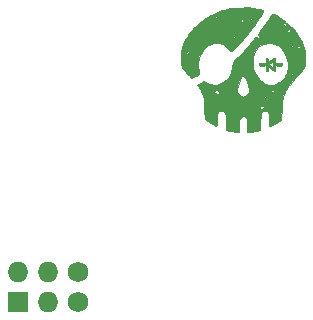
<source format=gbr>
%TF.GenerationSoftware,KiCad,Pcbnew,(6.0.7)*%
%TF.CreationDate,2022-09-05T18:23:19-05:00*%
%TF.ProjectId,Arista-TGS,41726973-7461-42d5-9447-532e6b696361,rev?*%
%TF.SameCoordinates,Original*%
%TF.FileFunction,Copper,L2,Bot*%
%TF.FilePolarity,Positive*%
%FSLAX46Y46*%
G04 Gerber Fmt 4.6, Leading zero omitted, Abs format (unit mm)*
G04 Created by KiCad (PCBNEW (6.0.7)) date 2022-09-05 18:23:19*
%MOMM*%
%LPD*%
G01*
G04 APERTURE LIST*
%TA.AperFunction,EtchedComponent*%
%ADD10C,0.010000*%
%TD*%
%TA.AperFunction,ComponentPad*%
%ADD11O,1.727200X1.727200*%
%TD*%
%TA.AperFunction,ComponentPad*%
%ADD12R,1.727200X1.727200*%
%TD*%
%TA.AperFunction,ComponentPad*%
%ADD13C,1.727200*%
%TD*%
G04 APERTURE END LIST*
%TO.C,G\u002A\u002A\u002A*%
G36*
X174600972Y-90332340D02*
G01*
X174687160Y-90451294D01*
X174826994Y-90644289D01*
X174933454Y-90826492D01*
X174998035Y-90937022D01*
X175037192Y-91020421D01*
X175043340Y-91034903D01*
X175112140Y-91196966D01*
X175191682Y-91400383D01*
X175261582Y-91594423D01*
X175264070Y-91601330D01*
X175270831Y-91621140D01*
X175326062Y-91787745D01*
X175363920Y-91920899D01*
X175387749Y-92042923D01*
X175398818Y-92155108D01*
X175400892Y-92176136D01*
X175403560Y-92252800D01*
X175406694Y-92342861D01*
X175408497Y-92565416D01*
X175408775Y-92645351D01*
X175407748Y-92811518D01*
X175405546Y-92855948D01*
X175400677Y-92954245D01*
X175383904Y-93075236D01*
X175383002Y-93081743D01*
X175350166Y-93202223D01*
X175297609Y-93323896D01*
X175220772Y-93454973D01*
X175158681Y-93542339D01*
X175115098Y-93603665D01*
X175075737Y-93653057D01*
X174976026Y-93778183D01*
X174826862Y-93953909D01*
X174798997Y-93986737D01*
X174579454Y-94237540D01*
X174312837Y-94538800D01*
X174274674Y-94582110D01*
X174094496Y-94797260D01*
X174063553Y-94834209D01*
X173993900Y-94929569D01*
X173907517Y-95047834D01*
X173899067Y-95059403D01*
X173769320Y-95277309D01*
X173740534Y-95339304D01*
X173662419Y-95507544D01*
X173566468Y-95769723D01*
X173559991Y-95789262D01*
X173559769Y-95789934D01*
X173528326Y-95886954D01*
X173510414Y-95942226D01*
X173503838Y-95965108D01*
X173474398Y-96067560D01*
X173449294Y-96183453D01*
X173432673Y-96307421D01*
X173429250Y-96355877D01*
X173423176Y-96441880D01*
X173422110Y-96456983D01*
X173416433Y-96614724D01*
X173415177Y-96649655D01*
X173409446Y-96902954D01*
X173409342Y-96907355D01*
X173409147Y-96915616D01*
X173404686Y-97104934D01*
X173398241Y-97317508D01*
X173391315Y-97494719D01*
X173384475Y-97622306D01*
X173378289Y-97686009D01*
X173375780Y-97692708D01*
X173325552Y-97746760D01*
X173224283Y-97825387D01*
X173087320Y-97918892D01*
X172930008Y-98017577D01*
X172767695Y-98111744D01*
X172615725Y-98191694D01*
X172489446Y-98247729D01*
X172381984Y-98288250D01*
X172381984Y-97816431D01*
X172381398Y-97726700D01*
X172369245Y-97464965D01*
X172338183Y-97270283D01*
X172284014Y-97134962D01*
X172202539Y-97051309D01*
X172089559Y-97011633D01*
X171940876Y-97008242D01*
X171920617Y-97009822D01*
X171820154Y-97027938D01*
X171757831Y-97075108D01*
X171701406Y-97173596D01*
X171689686Y-97199212D01*
X171662595Y-97279094D01*
X171642116Y-97382747D01*
X171626584Y-97523766D01*
X171614338Y-97715748D01*
X171603713Y-97972287D01*
X171580908Y-98617567D01*
X171444138Y-98653313D01*
X171370805Y-98671674D01*
X171226140Y-98705917D01*
X171072908Y-98740515D01*
X170969903Y-98760594D01*
X170807293Y-98784479D01*
X170676116Y-98795078D01*
X170513787Y-98798185D01*
X170500270Y-98259059D01*
X170493880Y-98058001D01*
X170483630Y-97882455D01*
X170468730Y-97759348D01*
X170447403Y-97674796D01*
X170417875Y-97614911D01*
X170358926Y-97546286D01*
X170236278Y-97481260D01*
X170101085Y-97480248D01*
X169971278Y-97541662D01*
X169864788Y-97663912D01*
X169863456Y-97666203D01*
X169829813Y-97735044D01*
X169807253Y-97814984D01*
X169793626Y-97922774D01*
X169786782Y-98075171D01*
X169784570Y-98288928D01*
X169783369Y-98778646D01*
X169627061Y-98788613D01*
X169575132Y-98788278D01*
X169437660Y-98774677D01*
X169264139Y-98747527D01*
X169079984Y-98710459D01*
X168689215Y-98622339D01*
X168688346Y-97977569D01*
X168687584Y-97801740D01*
X168684032Y-97596953D01*
X168676513Y-97448081D01*
X168663821Y-97341839D01*
X168644749Y-97264947D01*
X168618090Y-97204121D01*
X168591993Y-97169498D01*
X171170600Y-97169498D01*
X171170601Y-97169937D01*
X171193100Y-97195936D01*
X171257235Y-97160715D01*
X171359006Y-97066462D01*
X171397325Y-97024735D01*
X171451501Y-96953317D01*
X171463313Y-96915616D01*
X171458924Y-96914013D01*
X171412903Y-96936012D01*
X171339395Y-96991352D01*
X171260064Y-97061241D01*
X171196577Y-97126887D01*
X171170600Y-97169498D01*
X168591993Y-97169498D01*
X168547303Y-97110209D01*
X168421051Y-97028954D01*
X168278891Y-97003535D01*
X168175357Y-97028350D01*
X168141304Y-97036512D01*
X168028771Y-97130448D01*
X168013766Y-97151793D01*
X167983961Y-97208974D01*
X167963274Y-97283803D01*
X167949429Y-97391408D01*
X167940147Y-97546914D01*
X167933150Y-97765448D01*
X167925087Y-97986896D01*
X167912599Y-98157832D01*
X167895885Y-98257705D01*
X167874535Y-98290179D01*
X167873306Y-98290108D01*
X167819975Y-98269736D01*
X167714502Y-98218291D01*
X167571585Y-98143243D01*
X167405924Y-98052061D01*
X167310894Y-97997983D01*
X167147471Y-97899192D01*
X167037493Y-97820999D01*
X166969195Y-97754454D01*
X166930810Y-97690605D01*
X166930119Y-97688926D01*
X166907371Y-97594939D01*
X166891675Y-97439541D01*
X166882665Y-97217227D01*
X166880757Y-97007973D01*
X167506324Y-97007973D01*
X167515148Y-97027257D01*
X167568649Y-97068433D01*
X167626811Y-97053563D01*
X167646495Y-97028350D01*
X167642562Y-96980474D01*
X167572267Y-96961569D01*
X167525586Y-96971102D01*
X167506324Y-97007973D01*
X166880757Y-97007973D01*
X166879977Y-96922492D01*
X168435215Y-96922492D01*
X168435663Y-96931336D01*
X168452448Y-96961569D01*
X168458716Y-96959771D01*
X168493831Y-96922492D01*
X168499937Y-96907355D01*
X168476598Y-96883416D01*
X168465256Y-96884917D01*
X168435215Y-96922492D01*
X166879977Y-96922492D01*
X166878484Y-96752492D01*
X171251939Y-96752492D01*
X171266685Y-96802662D01*
X171286953Y-96822341D01*
X171358521Y-96843096D01*
X171384292Y-96841679D01*
X171398204Y-96827242D01*
X171349299Y-96784884D01*
X171336895Y-96777588D01*
X171591860Y-96777588D01*
X171633947Y-96827242D01*
X171656211Y-96853509D01*
X171687035Y-96872178D01*
X171725036Y-96874940D01*
X171776909Y-96842448D01*
X171864215Y-96765590D01*
X171950588Y-96678520D01*
X171983908Y-96614724D01*
X171949797Y-96580793D01*
X171847754Y-96570800D01*
X171756594Y-96580864D01*
X171651791Y-96626890D01*
X171617406Y-96668492D01*
X171593633Y-96697256D01*
X171591860Y-96777588D01*
X171336895Y-96777588D01*
X171288385Y-96749055D01*
X171251939Y-96752492D01*
X166878484Y-96752492D01*
X166877906Y-96686687D01*
X166877072Y-96668492D01*
X168396138Y-96668492D01*
X168415677Y-96688031D01*
X168435215Y-96668492D01*
X168415677Y-96648954D01*
X168396138Y-96668492D01*
X166877072Y-96668492D01*
X166861887Y-96337253D01*
X166857047Y-96296284D01*
X167619937Y-96296284D01*
X167629112Y-96351368D01*
X167692754Y-96375416D01*
X167738179Y-96382743D01*
X167770908Y-96414492D01*
X167772043Y-96423833D01*
X167809984Y-96453569D01*
X167827240Y-96453151D01*
X167845231Y-96441880D01*
X167838441Y-96399092D01*
X167823913Y-96355877D01*
X172303831Y-96355877D01*
X172323369Y-96375416D01*
X172342908Y-96355877D01*
X172323369Y-96336339D01*
X172303831Y-96355877D01*
X167823913Y-96355877D01*
X167806359Y-96303658D01*
X167781012Y-96240713D01*
X167744175Y-96204630D01*
X167689128Y-96221048D01*
X167665830Y-96235755D01*
X167619937Y-96296284D01*
X166857047Y-96296284D01*
X166826448Y-96037254D01*
X166810531Y-95965108D01*
X167809984Y-95965108D01*
X167829523Y-95984646D01*
X167849061Y-95965108D01*
X172811831Y-95965108D01*
X172831369Y-95984646D01*
X172850908Y-95965108D01*
X172831369Y-95945569D01*
X172811831Y-95965108D01*
X167849061Y-95965108D01*
X167829523Y-95945569D01*
X167809984Y-95965108D01*
X166810531Y-95965108D01*
X166802418Y-95928337D01*
X171287831Y-95928337D01*
X171288847Y-95932237D01*
X171326908Y-95945569D01*
X171337618Y-95943979D01*
X171365984Y-95904186D01*
X171362916Y-95890052D01*
X171326908Y-95886954D01*
X171315213Y-95894974D01*
X171287831Y-95928337D01*
X166802418Y-95928337D01*
X166783906Y-95844428D01*
X171881687Y-95844428D01*
X171910856Y-95888729D01*
X171973757Y-95899874D01*
X172014144Y-95886954D01*
X172694600Y-95886954D01*
X172714138Y-95906492D01*
X172733677Y-95886954D01*
X172714138Y-95867416D01*
X172694600Y-95886954D01*
X172014144Y-95886954D01*
X172040577Y-95878498D01*
X172081502Y-95825240D01*
X172087796Y-95794016D01*
X172076487Y-95768938D01*
X172859256Y-95768938D01*
X172861786Y-95794016D01*
X172863933Y-95815313D01*
X172875687Y-95821426D01*
X172889984Y-95789262D01*
X172887164Y-95768574D01*
X172863933Y-95763210D01*
X172859256Y-95768938D01*
X172076487Y-95768938D01*
X172071560Y-95758013D01*
X171998262Y-95757653D01*
X171925774Y-95781134D01*
X171882883Y-95829485D01*
X171881687Y-95844428D01*
X166783906Y-95844428D01*
X166767322Y-95769262D01*
X166680242Y-95515846D01*
X166610790Y-95366658D01*
X167643552Y-95366658D01*
X167722562Y-95445669D01*
X167735344Y-95457162D01*
X167835540Y-95514892D01*
X167957742Y-95553237D01*
X168052537Y-95566643D01*
X168097623Y-95557333D01*
X168101707Y-95519451D01*
X168096526Y-95490188D01*
X168086513Y-95409162D01*
X168058640Y-95359420D01*
X167988808Y-95299158D01*
X167933883Y-95269192D01*
X169616016Y-95269192D01*
X169651441Y-95409790D01*
X169721118Y-95519451D01*
X169732634Y-95537577D01*
X169860887Y-95666230D01*
X169982550Y-95746934D01*
X170152366Y-95790013D01*
X170319159Y-95763853D01*
X170468067Y-95671535D01*
X170584231Y-95516145D01*
X170629622Y-95406357D01*
X170656464Y-95242235D01*
X171503732Y-95242235D01*
X171509627Y-95304620D01*
X171513516Y-95312964D01*
X171559103Y-95351329D01*
X171613314Y-95357309D01*
X171639523Y-95325123D01*
X171639025Y-95318971D01*
X171614674Y-95277974D01*
X172499215Y-95277974D01*
X172518574Y-95325123D01*
X172524117Y-95338624D01*
X172597083Y-95393280D01*
X172684831Y-95407575D01*
X172755422Y-95384206D01*
X172763192Y-95339304D01*
X172700251Y-95266837D01*
X172677699Y-95250287D01*
X172600045Y-95225948D01*
X172529799Y-95235773D01*
X172499215Y-95277974D01*
X171614674Y-95277974D01*
X171608472Y-95267533D01*
X171554698Y-95228121D01*
X171511620Y-95226806D01*
X171508610Y-95232693D01*
X171503732Y-95242235D01*
X170656464Y-95242235D01*
X170658025Y-95232693D01*
X170650487Y-95156350D01*
X171717918Y-95156350D01*
X171745456Y-95164031D01*
X171780346Y-95150510D01*
X171839892Y-95095646D01*
X171865985Y-95061438D01*
X171868513Y-95047834D01*
X171815369Y-95084589D01*
X171761646Y-95123790D01*
X171720933Y-95152973D01*
X171717918Y-95156350D01*
X170650487Y-95156350D01*
X170638313Y-95033043D01*
X170603610Y-94909245D01*
X173679872Y-94909245D01*
X173684549Y-94955621D01*
X173696302Y-94961734D01*
X173710600Y-94929569D01*
X173707780Y-94908882D01*
X173684549Y-94903518D01*
X173679872Y-94909245D01*
X170603610Y-94909245D01*
X170575798Y-94810032D01*
X171209677Y-94810032D01*
X171213711Y-94831675D01*
X171253207Y-94871282D01*
X171301919Y-94863379D01*
X171312528Y-94851212D01*
X171322185Y-94797260D01*
X171268292Y-94773262D01*
X171241362Y-94777399D01*
X171209677Y-94810032D01*
X170575798Y-94810032D01*
X170570148Y-94789875D01*
X170467880Y-94512502D01*
X170417746Y-94402031D01*
X171014292Y-94402031D01*
X171033831Y-94421569D01*
X171053369Y-94402031D01*
X171033831Y-94382492D01*
X171014292Y-94402031D01*
X170417746Y-94402031D01*
X170365964Y-94287927D01*
X170270239Y-94135691D01*
X170178981Y-94053091D01*
X170090466Y-94037421D01*
X170085168Y-94038529D01*
X170047656Y-94054252D01*
X170011302Y-94090349D01*
X169970480Y-94157415D01*
X169919563Y-94266046D01*
X169852924Y-94426837D01*
X169764935Y-94650383D01*
X169677299Y-94894854D01*
X169625066Y-95102105D01*
X169620653Y-95183569D01*
X169616016Y-95269192D01*
X167933883Y-95269192D01*
X167920901Y-95262109D01*
X167858842Y-95261794D01*
X167768823Y-95301878D01*
X167643552Y-95366658D01*
X166610790Y-95366658D01*
X166560940Y-95259576D01*
X166518123Y-95183569D01*
X167770908Y-95183569D01*
X167790446Y-95203108D01*
X167809984Y-95183569D01*
X167790446Y-95164031D01*
X167770908Y-95183569D01*
X166518123Y-95183569D01*
X166405150Y-94983023D01*
X166284853Y-94782476D01*
X166583074Y-94640851D01*
X166881296Y-94499227D01*
X167084775Y-94615646D01*
X167096300Y-94622186D01*
X167377916Y-94746220D01*
X167655332Y-94796052D01*
X167940172Y-94773830D01*
X168141941Y-94721282D01*
X168452253Y-94580121D01*
X168719246Y-94375906D01*
X168941045Y-94111082D01*
X169115778Y-93788093D01*
X169241573Y-93409384D01*
X169316556Y-92977398D01*
X169321001Y-92936893D01*
X169340180Y-92812627D01*
X169344483Y-92801318D01*
X170964126Y-92801318D01*
X170970452Y-93143438D01*
X171030260Y-93464185D01*
X171073353Y-93593802D01*
X171207792Y-93880936D01*
X171383908Y-94148596D01*
X171589643Y-94382180D01*
X171613615Y-94402031D01*
X171812937Y-94567089D01*
X172041728Y-94688720D01*
X172359069Y-94773693D01*
X172665136Y-94784708D01*
X172953333Y-94719681D01*
X173223004Y-94578760D01*
X173269202Y-94538800D01*
X174062292Y-94538800D01*
X174068905Y-94556777D01*
X174120908Y-94577877D01*
X174147872Y-94573468D01*
X174179523Y-94538800D01*
X174172910Y-94520824D01*
X174120908Y-94499723D01*
X174093943Y-94504132D01*
X174062292Y-94538800D01*
X173269202Y-94538800D01*
X173473495Y-94362094D01*
X173508634Y-94324197D01*
X173680682Y-94103896D01*
X173738497Y-93991595D01*
X174200519Y-93991595D01*
X174205838Y-94028209D01*
X174236616Y-93994187D01*
X174236790Y-93993910D01*
X174289991Y-93970743D01*
X174380955Y-93973250D01*
X174441775Y-93977140D01*
X174484618Y-93953909D01*
X174464793Y-93908343D01*
X174382149Y-93855457D01*
X174330653Y-93817119D01*
X174294116Y-93718688D01*
X174288590Y-93689302D01*
X174269680Y-93716604D01*
X174263857Y-93735417D01*
X174238956Y-93815877D01*
X174228961Y-93854954D01*
X174220616Y-93887587D01*
X174200519Y-93991595D01*
X173738497Y-93991595D01*
X173800867Y-93870446D01*
X173805613Y-93854954D01*
X174101369Y-93854954D01*
X174120908Y-93874492D01*
X174140446Y-93854954D01*
X174120908Y-93835416D01*
X174101369Y-93854954D01*
X173805613Y-93854954D01*
X173834832Y-93759568D01*
X174101369Y-93759568D01*
X174102488Y-93768292D01*
X174140446Y-93796339D01*
X174159121Y-93788883D01*
X174179523Y-93735417D01*
X174173900Y-93707505D01*
X174140446Y-93698646D01*
X174129774Y-93706645D01*
X174101369Y-93759568D01*
X173834832Y-93759568D01*
X173863859Y-93664810D01*
X174538127Y-93664810D01*
X174570292Y-93679108D01*
X174590979Y-93676288D01*
X174596343Y-93653057D01*
X174590616Y-93648380D01*
X174544241Y-93653057D01*
X174538127Y-93664810D01*
X173863859Y-93664810D01*
X173886035Y-93592415D01*
X173896308Y-93542339D01*
X174296754Y-93542339D01*
X174316292Y-93561877D01*
X174335831Y-93542339D01*
X174316292Y-93522800D01*
X174296754Y-93542339D01*
X173896308Y-93542339D01*
X173911440Y-93468581D01*
X173942874Y-93075236D01*
X173923016Y-92893565D01*
X174266988Y-92893565D01*
X174268143Y-92980141D01*
X174275049Y-93014800D01*
X174297884Y-92983401D01*
X174313893Y-92907394D01*
X174318056Y-92821247D01*
X174310673Y-92782883D01*
X175009719Y-92782883D01*
X175019677Y-92819416D01*
X175020948Y-92821247D01*
X175027705Y-92830983D01*
X175063366Y-92858492D01*
X175068711Y-92855948D01*
X175058754Y-92819416D01*
X175050725Y-92807848D01*
X175015064Y-92780339D01*
X175009719Y-92782883D01*
X174310673Y-92782883D01*
X174306167Y-92759469D01*
X174297354Y-92747395D01*
X174278045Y-92764543D01*
X174268045Y-92858639D01*
X174266988Y-92893565D01*
X173923016Y-92893565D01*
X173900868Y-92690952D01*
X173787960Y-92324929D01*
X173722178Y-92202066D01*
X173908939Y-92202066D01*
X173929154Y-92272674D01*
X173948400Y-92313289D01*
X173973496Y-92329012D01*
X174011607Y-92276524D01*
X174019218Y-92263958D01*
X174028930Y-92233262D01*
X174648446Y-92233262D01*
X174655059Y-92251238D01*
X174707061Y-92272339D01*
X174734026Y-92267930D01*
X174747839Y-92252800D01*
X174804754Y-92252800D01*
X174824292Y-92272339D01*
X174843831Y-92252800D01*
X174824292Y-92233262D01*
X174804754Y-92252800D01*
X174747839Y-92252800D01*
X174765677Y-92233262D01*
X174759064Y-92215285D01*
X174707061Y-92194185D01*
X174680097Y-92198593D01*
X174671528Y-92207978D01*
X174648446Y-92233262D01*
X174028930Y-92233262D01*
X174036929Y-92207978D01*
X173996245Y-92177202D01*
X173962400Y-92167952D01*
X173913791Y-92173352D01*
X173908939Y-92202066D01*
X173722178Y-92202066D01*
X173697036Y-92155108D01*
X174199061Y-92155108D01*
X174207060Y-92165780D01*
X174259983Y-92194185D01*
X174268707Y-92193066D01*
X174296754Y-92155108D01*
X174289298Y-92136433D01*
X174235832Y-92116031D01*
X174207920Y-92121654D01*
X174199061Y-92155108D01*
X173697036Y-92155108D01*
X173606689Y-91986365D01*
X173359593Y-91684457D01*
X173352306Y-91677178D01*
X173286587Y-91623870D01*
X174666443Y-91623870D01*
X174666927Y-91684473D01*
X174676333Y-91697768D01*
X174735886Y-91721879D01*
X174814608Y-91670748D01*
X174868503Y-91640743D01*
X174973707Y-91636226D01*
X174983577Y-91638021D01*
X175057242Y-91637219D01*
X175078292Y-91594423D01*
X175072938Y-91562024D01*
X175023354Y-91501274D01*
X174948340Y-91480395D01*
X174881358Y-91512645D01*
X174880750Y-91512938D01*
X174844505Y-91543025D01*
X174781812Y-91553517D01*
X174772878Y-91550960D01*
X174711166Y-91568644D01*
X174666443Y-91623870D01*
X173286587Y-91623870D01*
X173148366Y-91511753D01*
X174199738Y-91511753D01*
X174240337Y-91544852D01*
X174289603Y-91562226D01*
X174328413Y-91560198D01*
X174335831Y-91512645D01*
X174326921Y-91465525D01*
X174282172Y-91432642D01*
X174222030Y-91467128D01*
X174199738Y-91511753D01*
X173148366Y-91511753D01*
X173089869Y-91464303D01*
X172808227Y-91321271D01*
X172516555Y-91247231D01*
X172224028Y-91241332D01*
X171939821Y-91302724D01*
X171673108Y-91430554D01*
X171433064Y-91623971D01*
X171228865Y-91882125D01*
X171100850Y-92141202D01*
X171008516Y-92459887D01*
X170964126Y-92801318D01*
X169344483Y-92801318D01*
X169373220Y-92725793D01*
X169435461Y-92647174D01*
X169542244Y-92547552D01*
X169697407Y-92403987D01*
X169931980Y-92174209D01*
X170186527Y-91913499D01*
X170445441Y-91638503D01*
X170693112Y-91365869D01*
X170913932Y-91112247D01*
X170967605Y-91046656D01*
X173834743Y-91046656D01*
X173866908Y-91060954D01*
X173887595Y-91058134D01*
X173892959Y-91034903D01*
X173887231Y-91030226D01*
X173840856Y-91034903D01*
X173834743Y-91046656D01*
X170967605Y-91046656D01*
X171092292Y-90894283D01*
X171108277Y-90874094D01*
X171191952Y-90778274D01*
X171254624Y-90722600D01*
X171283767Y-90718569D01*
X171338237Y-90792007D01*
X171434369Y-90825894D01*
X171461319Y-90806169D01*
X171686949Y-90806169D01*
X171691626Y-90852544D01*
X171703379Y-90858657D01*
X171717677Y-90826492D01*
X171714857Y-90805805D01*
X171691626Y-90800441D01*
X171686949Y-90806169D01*
X171461319Y-90806169D01*
X171471856Y-90798457D01*
X171481877Y-90730335D01*
X171464084Y-90653462D01*
X171420449Y-90599866D01*
X171409190Y-90591109D01*
X171401749Y-90560594D01*
X171421570Y-90506402D01*
X171473952Y-90419122D01*
X171514522Y-90360776D01*
X173827831Y-90360776D01*
X173827898Y-90362137D01*
X173857652Y-90368303D01*
X173925221Y-90334635D01*
X173994694Y-90302933D01*
X174072034Y-90294282D01*
X174121426Y-90314309D01*
X174119432Y-90359957D01*
X174103771Y-90375712D01*
X174041658Y-90382095D01*
X174013637Y-90378282D01*
X173950504Y-90409626D01*
X173939519Y-90430949D01*
X173968567Y-90451222D01*
X174064878Y-90457038D01*
X174097466Y-90456907D01*
X174183920Y-90454918D01*
X174218600Y-90451294D01*
X174216322Y-90443236D01*
X174196005Y-90382683D01*
X174161475Y-90283640D01*
X174148598Y-90243548D01*
X174124756Y-90131440D01*
X174125349Y-90054035D01*
X174133299Y-90027725D01*
X174134427Y-90008123D01*
X174102378Y-90054723D01*
X174051324Y-90098237D01*
X173958101Y-90123108D01*
X173931539Y-90123823D01*
X173877788Y-90143067D01*
X173878220Y-90201223D01*
X173883456Y-90250680D01*
X173863239Y-90301221D01*
X173856068Y-90306435D01*
X173827831Y-90360776D01*
X171514522Y-90360776D01*
X171564192Y-90289344D01*
X171697591Y-90107658D01*
X171840366Y-89910491D01*
X171913061Y-89910491D01*
X171913442Y-89915954D01*
X171936062Y-89924559D01*
X171975408Y-89882609D01*
X171984916Y-89860771D01*
X171958176Y-89865376D01*
X171940817Y-89877439D01*
X171913061Y-89910491D01*
X171840366Y-89910491D01*
X171847330Y-89900874D01*
X172005444Y-89673723D01*
X172069369Y-89673723D01*
X172088908Y-89693262D01*
X172108446Y-89673723D01*
X172088908Y-89654185D01*
X172069369Y-89673723D01*
X172005444Y-89673723D01*
X172014446Y-89660791D01*
X172085578Y-89554962D01*
X173507372Y-89554962D01*
X173512773Y-89589219D01*
X173531779Y-89615758D01*
X173547606Y-89673723D01*
X173554292Y-89698215D01*
X173554930Y-89705396D01*
X173594772Y-89768299D01*
X173677527Y-89827169D01*
X173715094Y-89845295D01*
X173755263Y-89860771D01*
X173812447Y-89882803D01*
X173853991Y-89880417D01*
X173834251Y-89837767D01*
X173814567Y-89798043D01*
X173811799Y-89710767D01*
X173817534Y-89679778D01*
X173796879Y-89582308D01*
X173719860Y-89525475D01*
X173600530Y-89521845D01*
X173573275Y-89527815D01*
X173507372Y-89554962D01*
X172085578Y-89554962D01*
X172174491Y-89422680D01*
X172251725Y-89302492D01*
X173183061Y-89302492D01*
X173191082Y-89314187D01*
X173224445Y-89341569D01*
X173228344Y-89340553D01*
X173241677Y-89302492D01*
X173240087Y-89291782D01*
X173200294Y-89263416D01*
X173186160Y-89266484D01*
X173183061Y-89302492D01*
X172251725Y-89302492D01*
X172307036Y-89216419D01*
X172326105Y-89185729D01*
X172425730Y-89026266D01*
X172508999Y-88894396D01*
X172567677Y-88803088D01*
X172593527Y-88765309D01*
X172605937Y-88763329D01*
X172674898Y-88786220D01*
X172789625Y-88840657D01*
X172936481Y-88918951D01*
X173101825Y-89013418D01*
X173272020Y-89116370D01*
X173433426Y-89220121D01*
X173551612Y-89302492D01*
X173572405Y-89316984D01*
X173738313Y-89446306D01*
X174042102Y-89716838D01*
X174201086Y-89880417D01*
X174334498Y-90017686D01*
X174600972Y-90332340D01*
G37*
D10*
X174600972Y-90332340D02*
X174687160Y-90451294D01*
X174826994Y-90644289D01*
X174933454Y-90826492D01*
X174998035Y-90937022D01*
X175037192Y-91020421D01*
X175043340Y-91034903D01*
X175112140Y-91196966D01*
X175191682Y-91400383D01*
X175261582Y-91594423D01*
X175264070Y-91601330D01*
X175270831Y-91621140D01*
X175326062Y-91787745D01*
X175363920Y-91920899D01*
X175387749Y-92042923D01*
X175398818Y-92155108D01*
X175400892Y-92176136D01*
X175403560Y-92252800D01*
X175406694Y-92342861D01*
X175408497Y-92565416D01*
X175408775Y-92645351D01*
X175407748Y-92811518D01*
X175405546Y-92855948D01*
X175400677Y-92954245D01*
X175383904Y-93075236D01*
X175383002Y-93081743D01*
X175350166Y-93202223D01*
X175297609Y-93323896D01*
X175220772Y-93454973D01*
X175158681Y-93542339D01*
X175115098Y-93603665D01*
X175075737Y-93653057D01*
X174976026Y-93778183D01*
X174826862Y-93953909D01*
X174798997Y-93986737D01*
X174579454Y-94237540D01*
X174312837Y-94538800D01*
X174274674Y-94582110D01*
X174094496Y-94797260D01*
X174063553Y-94834209D01*
X173993900Y-94929569D01*
X173907517Y-95047834D01*
X173899067Y-95059403D01*
X173769320Y-95277309D01*
X173740534Y-95339304D01*
X173662419Y-95507544D01*
X173566468Y-95769723D01*
X173559991Y-95789262D01*
X173559769Y-95789934D01*
X173528326Y-95886954D01*
X173510414Y-95942226D01*
X173503838Y-95965108D01*
X173474398Y-96067560D01*
X173449294Y-96183453D01*
X173432673Y-96307421D01*
X173429250Y-96355877D01*
X173423176Y-96441880D01*
X173422110Y-96456983D01*
X173416433Y-96614724D01*
X173415177Y-96649655D01*
X173409446Y-96902954D01*
X173409342Y-96907355D01*
X173409147Y-96915616D01*
X173404686Y-97104934D01*
X173398241Y-97317508D01*
X173391315Y-97494719D01*
X173384475Y-97622306D01*
X173378289Y-97686009D01*
X173375780Y-97692708D01*
X173325552Y-97746760D01*
X173224283Y-97825387D01*
X173087320Y-97918892D01*
X172930008Y-98017577D01*
X172767695Y-98111744D01*
X172615725Y-98191694D01*
X172489446Y-98247729D01*
X172381984Y-98288250D01*
X172381984Y-97816431D01*
X172381398Y-97726700D01*
X172369245Y-97464965D01*
X172338183Y-97270283D01*
X172284014Y-97134962D01*
X172202539Y-97051309D01*
X172089559Y-97011633D01*
X171940876Y-97008242D01*
X171920617Y-97009822D01*
X171820154Y-97027938D01*
X171757831Y-97075108D01*
X171701406Y-97173596D01*
X171689686Y-97199212D01*
X171662595Y-97279094D01*
X171642116Y-97382747D01*
X171626584Y-97523766D01*
X171614338Y-97715748D01*
X171603713Y-97972287D01*
X171580908Y-98617567D01*
X171444138Y-98653313D01*
X171370805Y-98671674D01*
X171226140Y-98705917D01*
X171072908Y-98740515D01*
X170969903Y-98760594D01*
X170807293Y-98784479D01*
X170676116Y-98795078D01*
X170513787Y-98798185D01*
X170500270Y-98259059D01*
X170493880Y-98058001D01*
X170483630Y-97882455D01*
X170468730Y-97759348D01*
X170447403Y-97674796D01*
X170417875Y-97614911D01*
X170358926Y-97546286D01*
X170236278Y-97481260D01*
X170101085Y-97480248D01*
X169971278Y-97541662D01*
X169864788Y-97663912D01*
X169863456Y-97666203D01*
X169829813Y-97735044D01*
X169807253Y-97814984D01*
X169793626Y-97922774D01*
X169786782Y-98075171D01*
X169784570Y-98288928D01*
X169783369Y-98778646D01*
X169627061Y-98788613D01*
X169575132Y-98788278D01*
X169437660Y-98774677D01*
X169264139Y-98747527D01*
X169079984Y-98710459D01*
X168689215Y-98622339D01*
X168688346Y-97977569D01*
X168687584Y-97801740D01*
X168684032Y-97596953D01*
X168676513Y-97448081D01*
X168663821Y-97341839D01*
X168644749Y-97264947D01*
X168618090Y-97204121D01*
X168591993Y-97169498D01*
X171170600Y-97169498D01*
X171170601Y-97169937D01*
X171193100Y-97195936D01*
X171257235Y-97160715D01*
X171359006Y-97066462D01*
X171397325Y-97024735D01*
X171451501Y-96953317D01*
X171463313Y-96915616D01*
X171458924Y-96914013D01*
X171412903Y-96936012D01*
X171339395Y-96991352D01*
X171260064Y-97061241D01*
X171196577Y-97126887D01*
X171170600Y-97169498D01*
X168591993Y-97169498D01*
X168547303Y-97110209D01*
X168421051Y-97028954D01*
X168278891Y-97003535D01*
X168175357Y-97028350D01*
X168141304Y-97036512D01*
X168028771Y-97130448D01*
X168013766Y-97151793D01*
X167983961Y-97208974D01*
X167963274Y-97283803D01*
X167949429Y-97391408D01*
X167940147Y-97546914D01*
X167933150Y-97765448D01*
X167925087Y-97986896D01*
X167912599Y-98157832D01*
X167895885Y-98257705D01*
X167874535Y-98290179D01*
X167873306Y-98290108D01*
X167819975Y-98269736D01*
X167714502Y-98218291D01*
X167571585Y-98143243D01*
X167405924Y-98052061D01*
X167310894Y-97997983D01*
X167147471Y-97899192D01*
X167037493Y-97820999D01*
X166969195Y-97754454D01*
X166930810Y-97690605D01*
X166930119Y-97688926D01*
X166907371Y-97594939D01*
X166891675Y-97439541D01*
X166882665Y-97217227D01*
X166880757Y-97007973D01*
X167506324Y-97007973D01*
X167515148Y-97027257D01*
X167568649Y-97068433D01*
X167626811Y-97053563D01*
X167646495Y-97028350D01*
X167642562Y-96980474D01*
X167572267Y-96961569D01*
X167525586Y-96971102D01*
X167506324Y-97007973D01*
X166880757Y-97007973D01*
X166879977Y-96922492D01*
X168435215Y-96922492D01*
X168435663Y-96931336D01*
X168452448Y-96961569D01*
X168458716Y-96959771D01*
X168493831Y-96922492D01*
X168499937Y-96907355D01*
X168476598Y-96883416D01*
X168465256Y-96884917D01*
X168435215Y-96922492D01*
X166879977Y-96922492D01*
X166878484Y-96752492D01*
X171251939Y-96752492D01*
X171266685Y-96802662D01*
X171286953Y-96822341D01*
X171358521Y-96843096D01*
X171384292Y-96841679D01*
X171398204Y-96827242D01*
X171349299Y-96784884D01*
X171336895Y-96777588D01*
X171591860Y-96777588D01*
X171633947Y-96827242D01*
X171656211Y-96853509D01*
X171687035Y-96872178D01*
X171725036Y-96874940D01*
X171776909Y-96842448D01*
X171864215Y-96765590D01*
X171950588Y-96678520D01*
X171983908Y-96614724D01*
X171949797Y-96580793D01*
X171847754Y-96570800D01*
X171756594Y-96580864D01*
X171651791Y-96626890D01*
X171617406Y-96668492D01*
X171593633Y-96697256D01*
X171591860Y-96777588D01*
X171336895Y-96777588D01*
X171288385Y-96749055D01*
X171251939Y-96752492D01*
X166878484Y-96752492D01*
X166877906Y-96686687D01*
X166877072Y-96668492D01*
X168396138Y-96668492D01*
X168415677Y-96688031D01*
X168435215Y-96668492D01*
X168415677Y-96648954D01*
X168396138Y-96668492D01*
X166877072Y-96668492D01*
X166861887Y-96337253D01*
X166857047Y-96296284D01*
X167619937Y-96296284D01*
X167629112Y-96351368D01*
X167692754Y-96375416D01*
X167738179Y-96382743D01*
X167770908Y-96414492D01*
X167772043Y-96423833D01*
X167809984Y-96453569D01*
X167827240Y-96453151D01*
X167845231Y-96441880D01*
X167838441Y-96399092D01*
X167823913Y-96355877D01*
X172303831Y-96355877D01*
X172323369Y-96375416D01*
X172342908Y-96355877D01*
X172323369Y-96336339D01*
X172303831Y-96355877D01*
X167823913Y-96355877D01*
X167806359Y-96303658D01*
X167781012Y-96240713D01*
X167744175Y-96204630D01*
X167689128Y-96221048D01*
X167665830Y-96235755D01*
X167619937Y-96296284D01*
X166857047Y-96296284D01*
X166826448Y-96037254D01*
X166810531Y-95965108D01*
X167809984Y-95965108D01*
X167829523Y-95984646D01*
X167849061Y-95965108D01*
X172811831Y-95965108D01*
X172831369Y-95984646D01*
X172850908Y-95965108D01*
X172831369Y-95945569D01*
X172811831Y-95965108D01*
X167849061Y-95965108D01*
X167829523Y-95945569D01*
X167809984Y-95965108D01*
X166810531Y-95965108D01*
X166802418Y-95928337D01*
X171287831Y-95928337D01*
X171288847Y-95932237D01*
X171326908Y-95945569D01*
X171337618Y-95943979D01*
X171365984Y-95904186D01*
X171362916Y-95890052D01*
X171326908Y-95886954D01*
X171315213Y-95894974D01*
X171287831Y-95928337D01*
X166802418Y-95928337D01*
X166783906Y-95844428D01*
X171881687Y-95844428D01*
X171910856Y-95888729D01*
X171973757Y-95899874D01*
X172014144Y-95886954D01*
X172694600Y-95886954D01*
X172714138Y-95906492D01*
X172733677Y-95886954D01*
X172714138Y-95867416D01*
X172694600Y-95886954D01*
X172014144Y-95886954D01*
X172040577Y-95878498D01*
X172081502Y-95825240D01*
X172087796Y-95794016D01*
X172076487Y-95768938D01*
X172859256Y-95768938D01*
X172861786Y-95794016D01*
X172863933Y-95815313D01*
X172875687Y-95821426D01*
X172889984Y-95789262D01*
X172887164Y-95768574D01*
X172863933Y-95763210D01*
X172859256Y-95768938D01*
X172076487Y-95768938D01*
X172071560Y-95758013D01*
X171998262Y-95757653D01*
X171925774Y-95781134D01*
X171882883Y-95829485D01*
X171881687Y-95844428D01*
X166783906Y-95844428D01*
X166767322Y-95769262D01*
X166680242Y-95515846D01*
X166610790Y-95366658D01*
X167643552Y-95366658D01*
X167722562Y-95445669D01*
X167735344Y-95457162D01*
X167835540Y-95514892D01*
X167957742Y-95553237D01*
X168052537Y-95566643D01*
X168097623Y-95557333D01*
X168101707Y-95519451D01*
X168096526Y-95490188D01*
X168086513Y-95409162D01*
X168058640Y-95359420D01*
X167988808Y-95299158D01*
X167933883Y-95269192D01*
X169616016Y-95269192D01*
X169651441Y-95409790D01*
X169721118Y-95519451D01*
X169732634Y-95537577D01*
X169860887Y-95666230D01*
X169982550Y-95746934D01*
X170152366Y-95790013D01*
X170319159Y-95763853D01*
X170468067Y-95671535D01*
X170584231Y-95516145D01*
X170629622Y-95406357D01*
X170656464Y-95242235D01*
X171503732Y-95242235D01*
X171509627Y-95304620D01*
X171513516Y-95312964D01*
X171559103Y-95351329D01*
X171613314Y-95357309D01*
X171639523Y-95325123D01*
X171639025Y-95318971D01*
X171614674Y-95277974D01*
X172499215Y-95277974D01*
X172518574Y-95325123D01*
X172524117Y-95338624D01*
X172597083Y-95393280D01*
X172684831Y-95407575D01*
X172755422Y-95384206D01*
X172763192Y-95339304D01*
X172700251Y-95266837D01*
X172677699Y-95250287D01*
X172600045Y-95225948D01*
X172529799Y-95235773D01*
X172499215Y-95277974D01*
X171614674Y-95277974D01*
X171608472Y-95267533D01*
X171554698Y-95228121D01*
X171511620Y-95226806D01*
X171508610Y-95232693D01*
X171503732Y-95242235D01*
X170656464Y-95242235D01*
X170658025Y-95232693D01*
X170650487Y-95156350D01*
X171717918Y-95156350D01*
X171745456Y-95164031D01*
X171780346Y-95150510D01*
X171839892Y-95095646D01*
X171865985Y-95061438D01*
X171868513Y-95047834D01*
X171815369Y-95084589D01*
X171761646Y-95123790D01*
X171720933Y-95152973D01*
X171717918Y-95156350D01*
X170650487Y-95156350D01*
X170638313Y-95033043D01*
X170603610Y-94909245D01*
X173679872Y-94909245D01*
X173684549Y-94955621D01*
X173696302Y-94961734D01*
X173710600Y-94929569D01*
X173707780Y-94908882D01*
X173684549Y-94903518D01*
X173679872Y-94909245D01*
X170603610Y-94909245D01*
X170575798Y-94810032D01*
X171209677Y-94810032D01*
X171213711Y-94831675D01*
X171253207Y-94871282D01*
X171301919Y-94863379D01*
X171312528Y-94851212D01*
X171322185Y-94797260D01*
X171268292Y-94773262D01*
X171241362Y-94777399D01*
X171209677Y-94810032D01*
X170575798Y-94810032D01*
X170570148Y-94789875D01*
X170467880Y-94512502D01*
X170417746Y-94402031D01*
X171014292Y-94402031D01*
X171033831Y-94421569D01*
X171053369Y-94402031D01*
X171033831Y-94382492D01*
X171014292Y-94402031D01*
X170417746Y-94402031D01*
X170365964Y-94287927D01*
X170270239Y-94135691D01*
X170178981Y-94053091D01*
X170090466Y-94037421D01*
X170085168Y-94038529D01*
X170047656Y-94054252D01*
X170011302Y-94090349D01*
X169970480Y-94157415D01*
X169919563Y-94266046D01*
X169852924Y-94426837D01*
X169764935Y-94650383D01*
X169677299Y-94894854D01*
X169625066Y-95102105D01*
X169620653Y-95183569D01*
X169616016Y-95269192D01*
X167933883Y-95269192D01*
X167920901Y-95262109D01*
X167858842Y-95261794D01*
X167768823Y-95301878D01*
X167643552Y-95366658D01*
X166610790Y-95366658D01*
X166560940Y-95259576D01*
X166518123Y-95183569D01*
X167770908Y-95183569D01*
X167790446Y-95203108D01*
X167809984Y-95183569D01*
X167790446Y-95164031D01*
X167770908Y-95183569D01*
X166518123Y-95183569D01*
X166405150Y-94983023D01*
X166284853Y-94782476D01*
X166583074Y-94640851D01*
X166881296Y-94499227D01*
X167084775Y-94615646D01*
X167096300Y-94622186D01*
X167377916Y-94746220D01*
X167655332Y-94796052D01*
X167940172Y-94773830D01*
X168141941Y-94721282D01*
X168452253Y-94580121D01*
X168719246Y-94375906D01*
X168941045Y-94111082D01*
X169115778Y-93788093D01*
X169241573Y-93409384D01*
X169316556Y-92977398D01*
X169321001Y-92936893D01*
X169340180Y-92812627D01*
X169344483Y-92801318D01*
X170964126Y-92801318D01*
X170970452Y-93143438D01*
X171030260Y-93464185D01*
X171073353Y-93593802D01*
X171207792Y-93880936D01*
X171383908Y-94148596D01*
X171589643Y-94382180D01*
X171613615Y-94402031D01*
X171812937Y-94567089D01*
X172041728Y-94688720D01*
X172359069Y-94773693D01*
X172665136Y-94784708D01*
X172953333Y-94719681D01*
X173223004Y-94578760D01*
X173269202Y-94538800D01*
X174062292Y-94538800D01*
X174068905Y-94556777D01*
X174120908Y-94577877D01*
X174147872Y-94573468D01*
X174179523Y-94538800D01*
X174172910Y-94520824D01*
X174120908Y-94499723D01*
X174093943Y-94504132D01*
X174062292Y-94538800D01*
X173269202Y-94538800D01*
X173473495Y-94362094D01*
X173508634Y-94324197D01*
X173680682Y-94103896D01*
X173738497Y-93991595D01*
X174200519Y-93991595D01*
X174205838Y-94028209D01*
X174236616Y-93994187D01*
X174236790Y-93993910D01*
X174289991Y-93970743D01*
X174380955Y-93973250D01*
X174441775Y-93977140D01*
X174484618Y-93953909D01*
X174464793Y-93908343D01*
X174382149Y-93855457D01*
X174330653Y-93817119D01*
X174294116Y-93718688D01*
X174288590Y-93689302D01*
X174269680Y-93716604D01*
X174263857Y-93735417D01*
X174238956Y-93815877D01*
X174228961Y-93854954D01*
X174220616Y-93887587D01*
X174200519Y-93991595D01*
X173738497Y-93991595D01*
X173800867Y-93870446D01*
X173805613Y-93854954D01*
X174101369Y-93854954D01*
X174120908Y-93874492D01*
X174140446Y-93854954D01*
X174120908Y-93835416D01*
X174101369Y-93854954D01*
X173805613Y-93854954D01*
X173834832Y-93759568D01*
X174101369Y-93759568D01*
X174102488Y-93768292D01*
X174140446Y-93796339D01*
X174159121Y-93788883D01*
X174179523Y-93735417D01*
X174173900Y-93707505D01*
X174140446Y-93698646D01*
X174129774Y-93706645D01*
X174101369Y-93759568D01*
X173834832Y-93759568D01*
X173863859Y-93664810D01*
X174538127Y-93664810D01*
X174570292Y-93679108D01*
X174590979Y-93676288D01*
X174596343Y-93653057D01*
X174590616Y-93648380D01*
X174544241Y-93653057D01*
X174538127Y-93664810D01*
X173863859Y-93664810D01*
X173886035Y-93592415D01*
X173896308Y-93542339D01*
X174296754Y-93542339D01*
X174316292Y-93561877D01*
X174335831Y-93542339D01*
X174316292Y-93522800D01*
X174296754Y-93542339D01*
X173896308Y-93542339D01*
X173911440Y-93468581D01*
X173942874Y-93075236D01*
X173923016Y-92893565D01*
X174266988Y-92893565D01*
X174268143Y-92980141D01*
X174275049Y-93014800D01*
X174297884Y-92983401D01*
X174313893Y-92907394D01*
X174318056Y-92821247D01*
X174310673Y-92782883D01*
X175009719Y-92782883D01*
X175019677Y-92819416D01*
X175020948Y-92821247D01*
X175027705Y-92830983D01*
X175063366Y-92858492D01*
X175068711Y-92855948D01*
X175058754Y-92819416D01*
X175050725Y-92807848D01*
X175015064Y-92780339D01*
X175009719Y-92782883D01*
X174310673Y-92782883D01*
X174306167Y-92759469D01*
X174297354Y-92747395D01*
X174278045Y-92764543D01*
X174268045Y-92858639D01*
X174266988Y-92893565D01*
X173923016Y-92893565D01*
X173900868Y-92690952D01*
X173787960Y-92324929D01*
X173722178Y-92202066D01*
X173908939Y-92202066D01*
X173929154Y-92272674D01*
X173948400Y-92313289D01*
X173973496Y-92329012D01*
X174011607Y-92276524D01*
X174019218Y-92263958D01*
X174028930Y-92233262D01*
X174648446Y-92233262D01*
X174655059Y-92251238D01*
X174707061Y-92272339D01*
X174734026Y-92267930D01*
X174747839Y-92252800D01*
X174804754Y-92252800D01*
X174824292Y-92272339D01*
X174843831Y-92252800D01*
X174824292Y-92233262D01*
X174804754Y-92252800D01*
X174747839Y-92252800D01*
X174765677Y-92233262D01*
X174759064Y-92215285D01*
X174707061Y-92194185D01*
X174680097Y-92198593D01*
X174671528Y-92207978D01*
X174648446Y-92233262D01*
X174028930Y-92233262D01*
X174036929Y-92207978D01*
X173996245Y-92177202D01*
X173962400Y-92167952D01*
X173913791Y-92173352D01*
X173908939Y-92202066D01*
X173722178Y-92202066D01*
X173697036Y-92155108D01*
X174199061Y-92155108D01*
X174207060Y-92165780D01*
X174259983Y-92194185D01*
X174268707Y-92193066D01*
X174296754Y-92155108D01*
X174289298Y-92136433D01*
X174235832Y-92116031D01*
X174207920Y-92121654D01*
X174199061Y-92155108D01*
X173697036Y-92155108D01*
X173606689Y-91986365D01*
X173359593Y-91684457D01*
X173352306Y-91677178D01*
X173286587Y-91623870D01*
X174666443Y-91623870D01*
X174666927Y-91684473D01*
X174676333Y-91697768D01*
X174735886Y-91721879D01*
X174814608Y-91670748D01*
X174868503Y-91640743D01*
X174973707Y-91636226D01*
X174983577Y-91638021D01*
X175057242Y-91637219D01*
X175078292Y-91594423D01*
X175072938Y-91562024D01*
X175023354Y-91501274D01*
X174948340Y-91480395D01*
X174881358Y-91512645D01*
X174880750Y-91512938D01*
X174844505Y-91543025D01*
X174781812Y-91553517D01*
X174772878Y-91550960D01*
X174711166Y-91568644D01*
X174666443Y-91623870D01*
X173286587Y-91623870D01*
X173148366Y-91511753D01*
X174199738Y-91511753D01*
X174240337Y-91544852D01*
X174289603Y-91562226D01*
X174328413Y-91560198D01*
X174335831Y-91512645D01*
X174326921Y-91465525D01*
X174282172Y-91432642D01*
X174222030Y-91467128D01*
X174199738Y-91511753D01*
X173148366Y-91511753D01*
X173089869Y-91464303D01*
X172808227Y-91321271D01*
X172516555Y-91247231D01*
X172224028Y-91241332D01*
X171939821Y-91302724D01*
X171673108Y-91430554D01*
X171433064Y-91623971D01*
X171228865Y-91882125D01*
X171100850Y-92141202D01*
X171008516Y-92459887D01*
X170964126Y-92801318D01*
X169344483Y-92801318D01*
X169373220Y-92725793D01*
X169435461Y-92647174D01*
X169542244Y-92547552D01*
X169697407Y-92403987D01*
X169931980Y-92174209D01*
X170186527Y-91913499D01*
X170445441Y-91638503D01*
X170693112Y-91365869D01*
X170913932Y-91112247D01*
X170967605Y-91046656D01*
X173834743Y-91046656D01*
X173866908Y-91060954D01*
X173887595Y-91058134D01*
X173892959Y-91034903D01*
X173887231Y-91030226D01*
X173840856Y-91034903D01*
X173834743Y-91046656D01*
X170967605Y-91046656D01*
X171092292Y-90894283D01*
X171108277Y-90874094D01*
X171191952Y-90778274D01*
X171254624Y-90722600D01*
X171283767Y-90718569D01*
X171338237Y-90792007D01*
X171434369Y-90825894D01*
X171461319Y-90806169D01*
X171686949Y-90806169D01*
X171691626Y-90852544D01*
X171703379Y-90858657D01*
X171717677Y-90826492D01*
X171714857Y-90805805D01*
X171691626Y-90800441D01*
X171686949Y-90806169D01*
X171461319Y-90806169D01*
X171471856Y-90798457D01*
X171481877Y-90730335D01*
X171464084Y-90653462D01*
X171420449Y-90599866D01*
X171409190Y-90591109D01*
X171401749Y-90560594D01*
X171421570Y-90506402D01*
X171473952Y-90419122D01*
X171514522Y-90360776D01*
X173827831Y-90360776D01*
X173827898Y-90362137D01*
X173857652Y-90368303D01*
X173925221Y-90334635D01*
X173994694Y-90302933D01*
X174072034Y-90294282D01*
X174121426Y-90314309D01*
X174119432Y-90359957D01*
X174103771Y-90375712D01*
X174041658Y-90382095D01*
X174013637Y-90378282D01*
X173950504Y-90409626D01*
X173939519Y-90430949D01*
X173968567Y-90451222D01*
X174064878Y-90457038D01*
X174097466Y-90456907D01*
X174183920Y-90454918D01*
X174218600Y-90451294D01*
X174216322Y-90443236D01*
X174196005Y-90382683D01*
X174161475Y-90283640D01*
X174148598Y-90243548D01*
X174124756Y-90131440D01*
X174125349Y-90054035D01*
X174133299Y-90027725D01*
X174134427Y-90008123D01*
X174102378Y-90054723D01*
X174051324Y-90098237D01*
X173958101Y-90123108D01*
X173931539Y-90123823D01*
X173877788Y-90143067D01*
X173878220Y-90201223D01*
X173883456Y-90250680D01*
X173863239Y-90301221D01*
X173856068Y-90306435D01*
X173827831Y-90360776D01*
X171514522Y-90360776D01*
X171564192Y-90289344D01*
X171697591Y-90107658D01*
X171840366Y-89910491D01*
X171913061Y-89910491D01*
X171913442Y-89915954D01*
X171936062Y-89924559D01*
X171975408Y-89882609D01*
X171984916Y-89860771D01*
X171958176Y-89865376D01*
X171940817Y-89877439D01*
X171913061Y-89910491D01*
X171840366Y-89910491D01*
X171847330Y-89900874D01*
X172005444Y-89673723D01*
X172069369Y-89673723D01*
X172088908Y-89693262D01*
X172108446Y-89673723D01*
X172088908Y-89654185D01*
X172069369Y-89673723D01*
X172005444Y-89673723D01*
X172014446Y-89660791D01*
X172085578Y-89554962D01*
X173507372Y-89554962D01*
X173512773Y-89589219D01*
X173531779Y-89615758D01*
X173547606Y-89673723D01*
X173554292Y-89698215D01*
X173554930Y-89705396D01*
X173594772Y-89768299D01*
X173677527Y-89827169D01*
X173715094Y-89845295D01*
X173755263Y-89860771D01*
X173812447Y-89882803D01*
X173853991Y-89880417D01*
X173834251Y-89837767D01*
X173814567Y-89798043D01*
X173811799Y-89710767D01*
X173817534Y-89679778D01*
X173796879Y-89582308D01*
X173719860Y-89525475D01*
X173600530Y-89521845D01*
X173573275Y-89527815D01*
X173507372Y-89554962D01*
X172085578Y-89554962D01*
X172174491Y-89422680D01*
X172251725Y-89302492D01*
X173183061Y-89302492D01*
X173191082Y-89314187D01*
X173224445Y-89341569D01*
X173228344Y-89340553D01*
X173241677Y-89302492D01*
X173240087Y-89291782D01*
X173200294Y-89263416D01*
X173186160Y-89266484D01*
X173183061Y-89302492D01*
X172251725Y-89302492D01*
X172307036Y-89216419D01*
X172326105Y-89185729D01*
X172425730Y-89026266D01*
X172508999Y-88894396D01*
X172567677Y-88803088D01*
X172593527Y-88765309D01*
X172605937Y-88763329D01*
X172674898Y-88786220D01*
X172789625Y-88840657D01*
X172936481Y-88918951D01*
X173101825Y-89013418D01*
X173272020Y-89116370D01*
X173433426Y-89220121D01*
X173551612Y-89302492D01*
X173572405Y-89316984D01*
X173738313Y-89446306D01*
X174042102Y-89716838D01*
X174201086Y-89880417D01*
X174334498Y-90017686D01*
X174600972Y-90332340D01*
G36*
X171360840Y-89367545D02*
G01*
X171268727Y-89495696D01*
X171225029Y-89556492D01*
X171178597Y-89621091D01*
X171122470Y-89696942D01*
X171010308Y-89848520D01*
X170983402Y-89884882D01*
X170952097Y-89926005D01*
X170819735Y-90099885D01*
X170781093Y-90150648D01*
X170664728Y-90298954D01*
X170633906Y-90338237D01*
X170577505Y-90410120D01*
X170540820Y-90455262D01*
X170429674Y-90592031D01*
X170378477Y-90655031D01*
X170346174Y-90693322D01*
X170313003Y-90732643D01*
X170282509Y-90767536D01*
X170174673Y-90890933D01*
X170017378Y-91065446D01*
X169850006Y-91246877D01*
X169681449Y-91425924D01*
X169520593Y-91593280D01*
X169376330Y-91739643D01*
X169257548Y-91855707D01*
X169173136Y-91932168D01*
X169131983Y-91959723D01*
X169124011Y-91957046D01*
X169069249Y-91915023D01*
X168981858Y-91832590D01*
X168876670Y-91723470D01*
X168865015Y-91711001D01*
X168732677Y-91581575D01*
X168594361Y-91463712D01*
X168478194Y-91381547D01*
X168403283Y-91340117D01*
X168318979Y-91305855D01*
X168223052Y-91286464D01*
X168093339Y-91277840D01*
X167907677Y-91275877D01*
X167735643Y-91277397D01*
X167601575Y-91285315D01*
X167500641Y-91304200D01*
X167409365Y-91338610D01*
X167304275Y-91393108D01*
X167207894Y-91452580D01*
X167048104Y-91570089D01*
X166952507Y-91654160D01*
X166910072Y-91691479D01*
X166875463Y-91730589D01*
X166762719Y-91857997D01*
X166565768Y-92164852D01*
X166448174Y-92448185D01*
X166425207Y-92503524D01*
X166345218Y-92859157D01*
X166329980Y-93216893D01*
X166353266Y-93366492D01*
X166383677Y-93561877D01*
X166400776Y-93626036D01*
X166430815Y-93760891D01*
X166429180Y-93852839D01*
X166386392Y-93921502D01*
X166292974Y-93986499D01*
X166139446Y-94067451D01*
X165943629Y-94161458D01*
X165806004Y-94212721D01*
X165725829Y-94220832D01*
X165699831Y-94186680D01*
X165684808Y-94158176D01*
X165625422Y-94081450D01*
X165531384Y-93972484D01*
X165413961Y-93844756D01*
X165330928Y-93755610D01*
X165207457Y-93618345D01*
X165106080Y-93500097D01*
X165042963Y-93419402D01*
X165013089Y-93366492D01*
X165191831Y-93366492D01*
X165192966Y-93375833D01*
X165230908Y-93405569D01*
X165240248Y-93404434D01*
X165269984Y-93366492D01*
X165268849Y-93357152D01*
X165230908Y-93327416D01*
X165221567Y-93328551D01*
X165191831Y-93366492D01*
X165013089Y-93366492D01*
X164975915Y-93300652D01*
X164895073Y-93056432D01*
X164852732Y-92761718D01*
X164851329Y-92448185D01*
X164996446Y-92448185D01*
X165015984Y-92467723D01*
X165035523Y-92448185D01*
X165015984Y-92428646D01*
X164996446Y-92448185D01*
X164851329Y-92448185D01*
X164851242Y-92428646D01*
X164856782Y-92347805D01*
X164870075Y-92218964D01*
X165120589Y-92218964D01*
X165152754Y-92233262D01*
X165173441Y-92230442D01*
X165178805Y-92207210D01*
X165173078Y-92202534D01*
X165126702Y-92207210D01*
X165120589Y-92218964D01*
X164870075Y-92218964D01*
X164877025Y-92151602D01*
X165269984Y-92151602D01*
X165275885Y-92198583D01*
X165284887Y-92207210D01*
X165315662Y-92236707D01*
X165387515Y-92213466D01*
X165485073Y-92131866D01*
X165601968Y-91994912D01*
X165609926Y-91984402D01*
X165700256Y-91855999D01*
X165748123Y-91769612D01*
X165752723Y-91730589D01*
X165713251Y-91744280D01*
X165628900Y-91816034D01*
X165609488Y-91834119D01*
X165532609Y-91896211D01*
X165482769Y-91921946D01*
X165448335Y-91930860D01*
X165368087Y-91987861D01*
X165299219Y-92071606D01*
X165269984Y-92151602D01*
X164877025Y-92151602D01*
X164877305Y-92148889D01*
X164905770Y-91952263D01*
X164939156Y-91773034D01*
X164960044Y-91686185D01*
X165504446Y-91686185D01*
X165505674Y-91710158D01*
X165523799Y-91720306D01*
X165582600Y-91686185D01*
X165590085Y-91681289D01*
X165618082Y-91654160D01*
X165572831Y-91647706D01*
X165536666Y-91653341D01*
X165504446Y-91686185D01*
X164960044Y-91686185D01*
X164974445Y-91626309D01*
X165008617Y-91527195D01*
X165038655Y-91490800D01*
X165061654Y-91469262D01*
X165074600Y-91398358D01*
X165075296Y-91387762D01*
X165098543Y-91299019D01*
X165148113Y-91170204D01*
X165214971Y-91025331D01*
X165260953Y-90936075D01*
X165324297Y-90829339D01*
X165369778Y-90781944D01*
X165404181Y-90785281D01*
X165455959Y-90808800D01*
X165460945Y-90803355D01*
X167773822Y-90803355D01*
X167801999Y-90801277D01*
X167824476Y-90788529D01*
X169282702Y-90788529D01*
X169284389Y-90828909D01*
X169347128Y-90877324D01*
X169404863Y-90911546D01*
X169446777Y-90909705D01*
X169481159Y-90850470D01*
X169486518Y-90838279D01*
X169498527Y-90767536D01*
X169451290Y-90718377D01*
X169446387Y-90715377D01*
X169380627Y-90698190D01*
X169317258Y-90745231D01*
X169282702Y-90788529D01*
X167824476Y-90788529D01*
X167865809Y-90765086D01*
X167910342Y-90725650D01*
X167924301Y-90693322D01*
X167896123Y-90695400D01*
X167832314Y-90731591D01*
X167787781Y-90771028D01*
X167773822Y-90803355D01*
X165460945Y-90803355D01*
X165487122Y-90774771D01*
X165480440Y-90685835D01*
X165479688Y-90682528D01*
X165496449Y-90586883D01*
X165505120Y-90571707D01*
X165942641Y-90571707D01*
X165947318Y-90618082D01*
X165959071Y-90624196D01*
X165973369Y-90592031D01*
X165970549Y-90571344D01*
X165947318Y-90565980D01*
X165942641Y-90571707D01*
X165505120Y-90571707D01*
X165576004Y-90447651D01*
X165616563Y-90395563D01*
X167972106Y-90395563D01*
X168001860Y-90451033D01*
X168050711Y-90498571D01*
X168103946Y-90502992D01*
X168130385Y-90455262D01*
X170232754Y-90455262D01*
X170252292Y-90474800D01*
X170271831Y-90455262D01*
X170252292Y-90435723D01*
X170232754Y-90455262D01*
X168130385Y-90455262D01*
X168143387Y-90431790D01*
X168145633Y-90424345D01*
X168147843Y-90338237D01*
X168102510Y-90303984D01*
X168024282Y-90333656D01*
X168004789Y-90348595D01*
X167972106Y-90395563D01*
X165616563Y-90395563D01*
X165691790Y-90298954D01*
X165738908Y-90298954D01*
X165758446Y-90318492D01*
X165777984Y-90298954D01*
X165758446Y-90279416D01*
X165738908Y-90298954D01*
X165691790Y-90298954D01*
X165717303Y-90266189D01*
X165824781Y-90147887D01*
X167465204Y-90147887D01*
X167497369Y-90162185D01*
X167518056Y-90159365D01*
X167521369Y-90145017D01*
X168325479Y-90145017D01*
X168333786Y-90158254D01*
X168396138Y-90123108D01*
X168423623Y-90099885D01*
X168408214Y-90084629D01*
X168394592Y-90085955D01*
X168337523Y-90123108D01*
X168330362Y-90136133D01*
X168325479Y-90145017D01*
X167521369Y-90145017D01*
X167523420Y-90136133D01*
X167517693Y-90131457D01*
X167471318Y-90136133D01*
X167465204Y-90147887D01*
X165824781Y-90147887D01*
X165919294Y-90043855D01*
X166021926Y-89941136D01*
X169780356Y-89941136D01*
X169796803Y-89982565D01*
X169813968Y-89988727D01*
X169862736Y-89964838D01*
X169875491Y-89926005D01*
X169851387Y-89893766D01*
X169798851Y-89916149D01*
X169780356Y-89941136D01*
X166021926Y-89941136D01*
X166070257Y-89892764D01*
X168520784Y-89892764D01*
X168547253Y-89931621D01*
X168612244Y-89936728D01*
X168688752Y-89903691D01*
X168696413Y-89897978D01*
X168738671Y-89848520D01*
X168715347Y-89801455D01*
X168651070Y-89780216D01*
X168575109Y-89809221D01*
X168523813Y-89876854D01*
X168520784Y-89892764D01*
X166070257Y-89892764D01*
X166180924Y-89782004D01*
X166219678Y-89746173D01*
X170330568Y-89746173D01*
X170348363Y-89789952D01*
X170374202Y-89793783D01*
X170413703Y-89752669D01*
X170426243Y-89696942D01*
X170405342Y-89669738D01*
X170353655Y-89708377D01*
X170330568Y-89746173D01*
X166219678Y-89746173D01*
X166348173Y-89627368D01*
X166437379Y-89556492D01*
X170428138Y-89556492D01*
X170447677Y-89576031D01*
X170467215Y-89556492D01*
X170447677Y-89536954D01*
X170428138Y-89556492D01*
X166437379Y-89556492D01*
X166535745Y-89478339D01*
X167223831Y-89478339D01*
X167224965Y-89493911D01*
X167257223Y-89535737D01*
X167313948Y-89511965D01*
X167323849Y-89495696D01*
X167311629Y-89445579D01*
X167260601Y-89419723D01*
X167243708Y-89426318D01*
X167223831Y-89478339D01*
X166535745Y-89478339D01*
X166658225Y-89381027D01*
X169932332Y-89381027D01*
X169964950Y-89424094D01*
X170024778Y-89450580D01*
X170113755Y-89450295D01*
X170168731Y-89400185D01*
X170180620Y-89347690D01*
X170158967Y-89269366D01*
X170153956Y-89266069D01*
X170720850Y-89266069D01*
X170738029Y-89305615D01*
X170795259Y-89315089D01*
X170865286Y-89287070D01*
X170870672Y-89283059D01*
X170906751Y-89235324D01*
X170878562Y-89173753D01*
X170873529Y-89167053D01*
X170830779Y-89133622D01*
X170786740Y-89158798D01*
X170727524Y-89249552D01*
X170720850Y-89266069D01*
X170153956Y-89266069D01*
X170098601Y-89229647D01*
X170023228Y-89238892D01*
X169956556Y-89307462D01*
X169955135Y-89310133D01*
X169932332Y-89381027D01*
X166658225Y-89381027D01*
X166809234Y-89261048D01*
X167154922Y-89040756D01*
X167739550Y-89040756D01*
X167765668Y-89111460D01*
X167822314Y-89124507D01*
X167905247Y-89065069D01*
X167926144Y-89041359D01*
X167944910Y-88989877D01*
X171092446Y-88989877D01*
X171092894Y-88998720D01*
X171109678Y-89028954D01*
X171115947Y-89027156D01*
X171151061Y-88989877D01*
X171157167Y-88974740D01*
X171133829Y-88950800D01*
X171122487Y-88952302D01*
X171106497Y-88972302D01*
X171092446Y-88989877D01*
X167944910Y-88989877D01*
X167951317Y-88972302D01*
X167911721Y-88933069D01*
X167817029Y-88937635D01*
X167756722Y-88968651D01*
X167739550Y-89040756D01*
X167154922Y-89040756D01*
X167304515Y-88945427D01*
X167819016Y-88689409D01*
X168337738Y-88501896D01*
X168590192Y-88430180D01*
X168810470Y-88373645D01*
X169008445Y-88332306D01*
X169204207Y-88303195D01*
X169417847Y-88283347D01*
X169669458Y-88269796D01*
X169979130Y-88259575D01*
X170015434Y-88258578D01*
X170281479Y-88252109D01*
X170489434Y-88249871D01*
X170657183Y-88252984D01*
X170802609Y-88262571D01*
X170943596Y-88279751D01*
X171098026Y-88305648D01*
X171283782Y-88341381D01*
X171403840Y-88365221D01*
X171594431Y-88404201D01*
X171725109Y-88434038D01*
X171807139Y-88458455D01*
X171851785Y-88481172D01*
X171870312Y-88505913D01*
X171873985Y-88536399D01*
X171873489Y-88542894D01*
X171843557Y-88621184D01*
X171771490Y-88751063D01*
X171663123Y-88924263D01*
X171629472Y-88974740D01*
X171524294Y-89132513D01*
X171452793Y-89235324D01*
X171374648Y-89347690D01*
X171360840Y-89367545D01*
G37*
X171360840Y-89367545D02*
X171268727Y-89495696D01*
X171225029Y-89556492D01*
X171178597Y-89621091D01*
X171122470Y-89696942D01*
X171010308Y-89848520D01*
X170983402Y-89884882D01*
X170952097Y-89926005D01*
X170819735Y-90099885D01*
X170781093Y-90150648D01*
X170664728Y-90298954D01*
X170633906Y-90338237D01*
X170577505Y-90410120D01*
X170540820Y-90455262D01*
X170429674Y-90592031D01*
X170378477Y-90655031D01*
X170346174Y-90693322D01*
X170313003Y-90732643D01*
X170282509Y-90767536D01*
X170174673Y-90890933D01*
X170017378Y-91065446D01*
X169850006Y-91246877D01*
X169681449Y-91425924D01*
X169520593Y-91593280D01*
X169376330Y-91739643D01*
X169257548Y-91855707D01*
X169173136Y-91932168D01*
X169131983Y-91959723D01*
X169124011Y-91957046D01*
X169069249Y-91915023D01*
X168981858Y-91832590D01*
X168876670Y-91723470D01*
X168865015Y-91711001D01*
X168732677Y-91581575D01*
X168594361Y-91463712D01*
X168478194Y-91381547D01*
X168403283Y-91340117D01*
X168318979Y-91305855D01*
X168223052Y-91286464D01*
X168093339Y-91277840D01*
X167907677Y-91275877D01*
X167735643Y-91277397D01*
X167601575Y-91285315D01*
X167500641Y-91304200D01*
X167409365Y-91338610D01*
X167304275Y-91393108D01*
X167207894Y-91452580D01*
X167048104Y-91570089D01*
X166952507Y-91654160D01*
X166910072Y-91691479D01*
X166875463Y-91730589D01*
X166762719Y-91857997D01*
X166565768Y-92164852D01*
X166448174Y-92448185D01*
X166425207Y-92503524D01*
X166345218Y-92859157D01*
X166329980Y-93216893D01*
X166353266Y-93366492D01*
X166383677Y-93561877D01*
X166400776Y-93626036D01*
X166430815Y-93760891D01*
X166429180Y-93852839D01*
X166386392Y-93921502D01*
X166292974Y-93986499D01*
X166139446Y-94067451D01*
X165943629Y-94161458D01*
X165806004Y-94212721D01*
X165725829Y-94220832D01*
X165699831Y-94186680D01*
X165684808Y-94158176D01*
X165625422Y-94081450D01*
X165531384Y-93972484D01*
X165413961Y-93844756D01*
X165330928Y-93755610D01*
X165207457Y-93618345D01*
X165106080Y-93500097D01*
X165042963Y-93419402D01*
X165013089Y-93366492D01*
X165191831Y-93366492D01*
X165192966Y-93375833D01*
X165230908Y-93405569D01*
X165240248Y-93404434D01*
X165269984Y-93366492D01*
X165268849Y-93357152D01*
X165230908Y-93327416D01*
X165221567Y-93328551D01*
X165191831Y-93366492D01*
X165013089Y-93366492D01*
X164975915Y-93300652D01*
X164895073Y-93056432D01*
X164852732Y-92761718D01*
X164851329Y-92448185D01*
X164996446Y-92448185D01*
X165015984Y-92467723D01*
X165035523Y-92448185D01*
X165015984Y-92428646D01*
X164996446Y-92448185D01*
X164851329Y-92448185D01*
X164851242Y-92428646D01*
X164856782Y-92347805D01*
X164870075Y-92218964D01*
X165120589Y-92218964D01*
X165152754Y-92233262D01*
X165173441Y-92230442D01*
X165178805Y-92207210D01*
X165173078Y-92202534D01*
X165126702Y-92207210D01*
X165120589Y-92218964D01*
X164870075Y-92218964D01*
X164877025Y-92151602D01*
X165269984Y-92151602D01*
X165275885Y-92198583D01*
X165284887Y-92207210D01*
X165315662Y-92236707D01*
X165387515Y-92213466D01*
X165485073Y-92131866D01*
X165601968Y-91994912D01*
X165609926Y-91984402D01*
X165700256Y-91855999D01*
X165748123Y-91769612D01*
X165752723Y-91730589D01*
X165713251Y-91744280D01*
X165628900Y-91816034D01*
X165609488Y-91834119D01*
X165532609Y-91896211D01*
X165482769Y-91921946D01*
X165448335Y-91930860D01*
X165368087Y-91987861D01*
X165299219Y-92071606D01*
X165269984Y-92151602D01*
X164877025Y-92151602D01*
X164877305Y-92148889D01*
X164905770Y-91952263D01*
X164939156Y-91773034D01*
X164960044Y-91686185D01*
X165504446Y-91686185D01*
X165505674Y-91710158D01*
X165523799Y-91720306D01*
X165582600Y-91686185D01*
X165590085Y-91681289D01*
X165618082Y-91654160D01*
X165572831Y-91647706D01*
X165536666Y-91653341D01*
X165504446Y-91686185D01*
X164960044Y-91686185D01*
X164974445Y-91626309D01*
X165008617Y-91527195D01*
X165038655Y-91490800D01*
X165061654Y-91469262D01*
X165074600Y-91398358D01*
X165075296Y-91387762D01*
X165098543Y-91299019D01*
X165148113Y-91170204D01*
X165214971Y-91025331D01*
X165260953Y-90936075D01*
X165324297Y-90829339D01*
X165369778Y-90781944D01*
X165404181Y-90785281D01*
X165455959Y-90808800D01*
X165460945Y-90803355D01*
X167773822Y-90803355D01*
X167801999Y-90801277D01*
X167824476Y-90788529D01*
X169282702Y-90788529D01*
X169284389Y-90828909D01*
X169347128Y-90877324D01*
X169404863Y-90911546D01*
X169446777Y-90909705D01*
X169481159Y-90850470D01*
X169486518Y-90838279D01*
X169498527Y-90767536D01*
X169451290Y-90718377D01*
X169446387Y-90715377D01*
X169380627Y-90698190D01*
X169317258Y-90745231D01*
X169282702Y-90788529D01*
X167824476Y-90788529D01*
X167865809Y-90765086D01*
X167910342Y-90725650D01*
X167924301Y-90693322D01*
X167896123Y-90695400D01*
X167832314Y-90731591D01*
X167787781Y-90771028D01*
X167773822Y-90803355D01*
X165460945Y-90803355D01*
X165487122Y-90774771D01*
X165480440Y-90685835D01*
X165479688Y-90682528D01*
X165496449Y-90586883D01*
X165505120Y-90571707D01*
X165942641Y-90571707D01*
X165947318Y-90618082D01*
X165959071Y-90624196D01*
X165973369Y-90592031D01*
X165970549Y-90571344D01*
X165947318Y-90565980D01*
X165942641Y-90571707D01*
X165505120Y-90571707D01*
X165576004Y-90447651D01*
X165616563Y-90395563D01*
X167972106Y-90395563D01*
X168001860Y-90451033D01*
X168050711Y-90498571D01*
X168103946Y-90502992D01*
X168130385Y-90455262D01*
X170232754Y-90455262D01*
X170252292Y-90474800D01*
X170271831Y-90455262D01*
X170252292Y-90435723D01*
X170232754Y-90455262D01*
X168130385Y-90455262D01*
X168143387Y-90431790D01*
X168145633Y-90424345D01*
X168147843Y-90338237D01*
X168102510Y-90303984D01*
X168024282Y-90333656D01*
X168004789Y-90348595D01*
X167972106Y-90395563D01*
X165616563Y-90395563D01*
X165691790Y-90298954D01*
X165738908Y-90298954D01*
X165758446Y-90318492D01*
X165777984Y-90298954D01*
X165758446Y-90279416D01*
X165738908Y-90298954D01*
X165691790Y-90298954D01*
X165717303Y-90266189D01*
X165824781Y-90147887D01*
X167465204Y-90147887D01*
X167497369Y-90162185D01*
X167518056Y-90159365D01*
X167521369Y-90145017D01*
X168325479Y-90145017D01*
X168333786Y-90158254D01*
X168396138Y-90123108D01*
X168423623Y-90099885D01*
X168408214Y-90084629D01*
X168394592Y-90085955D01*
X168337523Y-90123108D01*
X168330362Y-90136133D01*
X168325479Y-90145017D01*
X167521369Y-90145017D01*
X167523420Y-90136133D01*
X167517693Y-90131457D01*
X167471318Y-90136133D01*
X167465204Y-90147887D01*
X165824781Y-90147887D01*
X165919294Y-90043855D01*
X166021926Y-89941136D01*
X169780356Y-89941136D01*
X169796803Y-89982565D01*
X169813968Y-89988727D01*
X169862736Y-89964838D01*
X169875491Y-89926005D01*
X169851387Y-89893766D01*
X169798851Y-89916149D01*
X169780356Y-89941136D01*
X166021926Y-89941136D01*
X166070257Y-89892764D01*
X168520784Y-89892764D01*
X168547253Y-89931621D01*
X168612244Y-89936728D01*
X168688752Y-89903691D01*
X168696413Y-89897978D01*
X168738671Y-89848520D01*
X168715347Y-89801455D01*
X168651070Y-89780216D01*
X168575109Y-89809221D01*
X168523813Y-89876854D01*
X168520784Y-89892764D01*
X166070257Y-89892764D01*
X166180924Y-89782004D01*
X166219678Y-89746173D01*
X170330568Y-89746173D01*
X170348363Y-89789952D01*
X170374202Y-89793783D01*
X170413703Y-89752669D01*
X170426243Y-89696942D01*
X170405342Y-89669738D01*
X170353655Y-89708377D01*
X170330568Y-89746173D01*
X166219678Y-89746173D01*
X166348173Y-89627368D01*
X166437379Y-89556492D01*
X170428138Y-89556492D01*
X170447677Y-89576031D01*
X170467215Y-89556492D01*
X170447677Y-89536954D01*
X170428138Y-89556492D01*
X166437379Y-89556492D01*
X166535745Y-89478339D01*
X167223831Y-89478339D01*
X167224965Y-89493911D01*
X167257223Y-89535737D01*
X167313948Y-89511965D01*
X167323849Y-89495696D01*
X167311629Y-89445579D01*
X167260601Y-89419723D01*
X167243708Y-89426318D01*
X167223831Y-89478339D01*
X166535745Y-89478339D01*
X166658225Y-89381027D01*
X169932332Y-89381027D01*
X169964950Y-89424094D01*
X170024778Y-89450580D01*
X170113755Y-89450295D01*
X170168731Y-89400185D01*
X170180620Y-89347690D01*
X170158967Y-89269366D01*
X170153956Y-89266069D01*
X170720850Y-89266069D01*
X170738029Y-89305615D01*
X170795259Y-89315089D01*
X170865286Y-89287070D01*
X170870672Y-89283059D01*
X170906751Y-89235324D01*
X170878562Y-89173753D01*
X170873529Y-89167053D01*
X170830779Y-89133622D01*
X170786740Y-89158798D01*
X170727524Y-89249552D01*
X170720850Y-89266069D01*
X170153956Y-89266069D01*
X170098601Y-89229647D01*
X170023228Y-89238892D01*
X169956556Y-89307462D01*
X169955135Y-89310133D01*
X169932332Y-89381027D01*
X166658225Y-89381027D01*
X166809234Y-89261048D01*
X167154922Y-89040756D01*
X167739550Y-89040756D01*
X167765668Y-89111460D01*
X167822314Y-89124507D01*
X167905247Y-89065069D01*
X167926144Y-89041359D01*
X167944910Y-88989877D01*
X171092446Y-88989877D01*
X171092894Y-88998720D01*
X171109678Y-89028954D01*
X171115947Y-89027156D01*
X171151061Y-88989877D01*
X171157167Y-88974740D01*
X171133829Y-88950800D01*
X171122487Y-88952302D01*
X171106497Y-88972302D01*
X171092446Y-88989877D01*
X167944910Y-88989877D01*
X167951317Y-88972302D01*
X167911721Y-88933069D01*
X167817029Y-88937635D01*
X167756722Y-88968651D01*
X167739550Y-89040756D01*
X167154922Y-89040756D01*
X167304515Y-88945427D01*
X167819016Y-88689409D01*
X168337738Y-88501896D01*
X168590192Y-88430180D01*
X168810470Y-88373645D01*
X169008445Y-88332306D01*
X169204207Y-88303195D01*
X169417847Y-88283347D01*
X169669458Y-88269796D01*
X169979130Y-88259575D01*
X170015434Y-88258578D01*
X170281479Y-88252109D01*
X170489434Y-88249871D01*
X170657183Y-88252984D01*
X170802609Y-88262571D01*
X170943596Y-88279751D01*
X171098026Y-88305648D01*
X171283782Y-88341381D01*
X171403840Y-88365221D01*
X171594431Y-88404201D01*
X171725109Y-88434038D01*
X171807139Y-88458455D01*
X171851785Y-88481172D01*
X171870312Y-88505913D01*
X171873985Y-88536399D01*
X171873489Y-88542894D01*
X171843557Y-88621184D01*
X171771490Y-88751063D01*
X171663123Y-88924263D01*
X171629472Y-88974740D01*
X171524294Y-89132513D01*
X171452793Y-89235324D01*
X171374648Y-89347690D01*
X171360840Y-89367545D01*
G36*
X173472509Y-93129576D02*
G01*
X173454343Y-93160200D01*
X173401575Y-93174355D01*
X173299701Y-93176737D01*
X173134215Y-93172044D01*
X172889984Y-93163991D01*
X172889984Y-93375960D01*
X172887917Y-93460565D01*
X172878460Y-93563195D01*
X172863933Y-93613980D01*
X172847706Y-93627571D01*
X172813522Y-93635074D01*
X172760874Y-93614825D01*
X172675335Y-93560103D01*
X172542481Y-93464185D01*
X172520060Y-93447742D01*
X172406953Y-93366823D01*
X172322717Y-93309869D01*
X172284182Y-93288339D01*
X172282510Y-93288816D01*
X172269915Y-93329988D01*
X172264754Y-93417292D01*
X172264741Y-93420350D01*
X172250892Y-93523228D01*
X172218791Y-93592209D01*
X172169350Y-93619646D01*
X172117700Y-93590665D01*
X172082426Y-93500292D01*
X172069369Y-93357697D01*
X172069369Y-93163086D01*
X171810107Y-93176866D01*
X171738307Y-93180018D01*
X171618040Y-93178272D01*
X171548097Y-93161191D01*
X171509527Y-93125537D01*
X171489298Y-93074781D01*
X171491202Y-93069857D01*
X172334119Y-93069857D01*
X172445975Y-93161491D01*
X172555084Y-93248580D01*
X172633937Y-93296749D01*
X172675556Y-93286291D01*
X172691818Y-93212953D01*
X172694600Y-93072484D01*
X172694015Y-92957422D01*
X172684378Y-92871250D01*
X172652149Y-92848829D01*
X172583729Y-92884142D01*
X172465513Y-92971175D01*
X172334119Y-93069857D01*
X171491202Y-93069857D01*
X171518097Y-93000316D01*
X171527223Y-92990465D01*
X171579658Y-92962486D01*
X171669564Y-92954278D01*
X171816564Y-92963417D01*
X172065144Y-92986630D01*
X172077026Y-92756484D01*
X172082683Y-92668524D01*
X172096594Y-92577659D01*
X172122398Y-92536200D01*
X172167061Y-92526339D01*
X172211684Y-92536227D01*
X172244926Y-92585845D01*
X172264754Y-92694588D01*
X172284292Y-92862838D01*
X172528828Y-92680755D01*
X172554888Y-92661496D01*
X172698048Y-92565047D01*
X172794691Y-92525106D01*
X172853263Y-92543613D01*
X172882212Y-92622510D01*
X172889984Y-92763736D01*
X172889984Y-92984047D01*
X173456600Y-92956185D01*
X173468965Y-93063646D01*
X173469976Y-93072484D01*
X173470581Y-93077785D01*
X173472509Y-93129576D01*
G37*
X173472509Y-93129576D02*
X173454343Y-93160200D01*
X173401575Y-93174355D01*
X173299701Y-93176737D01*
X173134215Y-93172044D01*
X172889984Y-93163991D01*
X172889984Y-93375960D01*
X172887917Y-93460565D01*
X172878460Y-93563195D01*
X172863933Y-93613980D01*
X172847706Y-93627571D01*
X172813522Y-93635074D01*
X172760874Y-93614825D01*
X172675335Y-93560103D01*
X172542481Y-93464185D01*
X172520060Y-93447742D01*
X172406953Y-93366823D01*
X172322717Y-93309869D01*
X172284182Y-93288339D01*
X172282510Y-93288816D01*
X172269915Y-93329988D01*
X172264754Y-93417292D01*
X172264741Y-93420350D01*
X172250892Y-93523228D01*
X172218791Y-93592209D01*
X172169350Y-93619646D01*
X172117700Y-93590665D01*
X172082426Y-93500292D01*
X172069369Y-93357697D01*
X172069369Y-93163086D01*
X171810107Y-93176866D01*
X171738307Y-93180018D01*
X171618040Y-93178272D01*
X171548097Y-93161191D01*
X171509527Y-93125537D01*
X171489298Y-93074781D01*
X171491202Y-93069857D01*
X172334119Y-93069857D01*
X172445975Y-93161491D01*
X172555084Y-93248580D01*
X172633937Y-93296749D01*
X172675556Y-93286291D01*
X172691818Y-93212953D01*
X172694600Y-93072484D01*
X172694015Y-92957422D01*
X172684378Y-92871250D01*
X172652149Y-92848829D01*
X172583729Y-92884142D01*
X172465513Y-92971175D01*
X172334119Y-93069857D01*
X171491202Y-93069857D01*
X171518097Y-93000316D01*
X171527223Y-92990465D01*
X171579658Y-92962486D01*
X171669564Y-92954278D01*
X171816564Y-92963417D01*
X172065144Y-92986630D01*
X172077026Y-92756484D01*
X172082683Y-92668524D01*
X172096594Y-92577659D01*
X172122398Y-92536200D01*
X172167061Y-92526339D01*
X172211684Y-92536227D01*
X172244926Y-92585845D01*
X172264754Y-92694588D01*
X172284292Y-92862838D01*
X172528828Y-92680755D01*
X172554888Y-92661496D01*
X172698048Y-92565047D01*
X172794691Y-92525106D01*
X172853263Y-92543613D01*
X172882212Y-92622510D01*
X172889984Y-92763736D01*
X172889984Y-92984047D01*
X173456600Y-92956185D01*
X173468965Y-93063646D01*
X173469976Y-93072484D01*
X173470581Y-93077785D01*
X173472509Y-93129576D01*
%TD*%
D11*
%TO.P,X1,1,VCC*%
%TO.N,unconnected-(X1-Pad1)*%
X151063000Y-110662400D03*
D12*
%TO.P,X1,2,GND*%
%TO.N,unconnected-(X1-Pad2)*%
X151063000Y-113202400D03*
D11*
%TO.P,X1,3,SDA*%
%TO.N,unconnected-(X1-Pad3)*%
X153603000Y-110662400D03*
%TO.P,X1,4,SCL*%
%TO.N,unconnected-(X1-Pad4)*%
X153603000Y-113202400D03*
D13*
%TO.P,X1,5,GPIO1*%
%TO.N,unconnected-(X1-Pad5)*%
X156143000Y-110662400D03*
%TO.P,X1,6,GPIO2*%
%TO.N,unconnected-(X1-Pad6)*%
X156143000Y-113202400D03*
%TD*%
M02*

</source>
